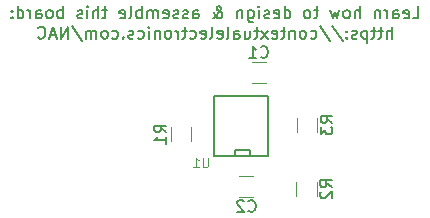
<source format=gbr>
G04 #@! TF.FileFunction,Legend,Bot*
%FSLAX46Y46*%
G04 Gerber Fmt 4.6, Leading zero omitted, Abs format (unit mm)*
G04 Created by KiCad (PCBNEW 4.0.6) date 07/30/18 20:27:46*
%MOMM*%
%LPD*%
G01*
G04 APERTURE LIST*
%ADD10C,0.100000*%
%ADD11C,0.203200*%
%ADD12C,0.150000*%
%ADD13C,0.120000*%
G04 APERTURE END LIST*
D10*
D11*
X138991217Y-93779219D02*
X139475026Y-93779219D01*
X139475026Y-92763219D01*
X138265503Y-93730838D02*
X138362265Y-93779219D01*
X138555788Y-93779219D01*
X138652550Y-93730838D01*
X138700931Y-93634076D01*
X138700931Y-93247029D01*
X138652550Y-93150267D01*
X138555788Y-93101886D01*
X138362265Y-93101886D01*
X138265503Y-93150267D01*
X138217122Y-93247029D01*
X138217122Y-93343790D01*
X138700931Y-93440552D01*
X137346265Y-93779219D02*
X137346265Y-93247029D01*
X137394646Y-93150267D01*
X137491408Y-93101886D01*
X137684931Y-93101886D01*
X137781693Y-93150267D01*
X137346265Y-93730838D02*
X137443027Y-93779219D01*
X137684931Y-93779219D01*
X137781693Y-93730838D01*
X137830074Y-93634076D01*
X137830074Y-93537314D01*
X137781693Y-93440552D01*
X137684931Y-93392171D01*
X137443027Y-93392171D01*
X137346265Y-93343790D01*
X136862455Y-93779219D02*
X136862455Y-93101886D01*
X136862455Y-93295410D02*
X136814074Y-93198648D01*
X136765693Y-93150267D01*
X136668931Y-93101886D01*
X136572170Y-93101886D01*
X136233503Y-93101886D02*
X136233503Y-93779219D01*
X136233503Y-93198648D02*
X136185122Y-93150267D01*
X136088360Y-93101886D01*
X135943218Y-93101886D01*
X135846456Y-93150267D01*
X135798075Y-93247029D01*
X135798075Y-93779219D01*
X134540170Y-93779219D02*
X134540170Y-92763219D01*
X134104742Y-93779219D02*
X134104742Y-93247029D01*
X134153123Y-93150267D01*
X134249885Y-93101886D01*
X134395027Y-93101886D01*
X134491789Y-93150267D01*
X134540170Y-93198648D01*
X133475789Y-93779219D02*
X133572551Y-93730838D01*
X133620932Y-93682457D01*
X133669313Y-93585695D01*
X133669313Y-93295410D01*
X133620932Y-93198648D01*
X133572551Y-93150267D01*
X133475789Y-93101886D01*
X133330647Y-93101886D01*
X133233885Y-93150267D01*
X133185504Y-93198648D01*
X133137123Y-93295410D01*
X133137123Y-93585695D01*
X133185504Y-93682457D01*
X133233885Y-93730838D01*
X133330647Y-93779219D01*
X133475789Y-93779219D01*
X132798456Y-93101886D02*
X132604932Y-93779219D01*
X132411409Y-93295410D01*
X132217885Y-93779219D01*
X132024361Y-93101886D01*
X131008361Y-93101886D02*
X130621313Y-93101886D01*
X130863218Y-92763219D02*
X130863218Y-93634076D01*
X130814837Y-93730838D01*
X130718075Y-93779219D01*
X130621313Y-93779219D01*
X130137504Y-93779219D02*
X130234266Y-93730838D01*
X130282647Y-93682457D01*
X130331028Y-93585695D01*
X130331028Y-93295410D01*
X130282647Y-93198648D01*
X130234266Y-93150267D01*
X130137504Y-93101886D01*
X129992362Y-93101886D01*
X129895600Y-93150267D01*
X129847219Y-93198648D01*
X129798838Y-93295410D01*
X129798838Y-93585695D01*
X129847219Y-93682457D01*
X129895600Y-93730838D01*
X129992362Y-93779219D01*
X130137504Y-93779219D01*
X128153886Y-93779219D02*
X128153886Y-92763219D01*
X128153886Y-93730838D02*
X128250648Y-93779219D01*
X128444171Y-93779219D01*
X128540933Y-93730838D01*
X128589314Y-93682457D01*
X128637695Y-93585695D01*
X128637695Y-93295410D01*
X128589314Y-93198648D01*
X128540933Y-93150267D01*
X128444171Y-93101886D01*
X128250648Y-93101886D01*
X128153886Y-93150267D01*
X127283029Y-93730838D02*
X127379791Y-93779219D01*
X127573314Y-93779219D01*
X127670076Y-93730838D01*
X127718457Y-93634076D01*
X127718457Y-93247029D01*
X127670076Y-93150267D01*
X127573314Y-93101886D01*
X127379791Y-93101886D01*
X127283029Y-93150267D01*
X127234648Y-93247029D01*
X127234648Y-93343790D01*
X127718457Y-93440552D01*
X126847600Y-93730838D02*
X126750838Y-93779219D01*
X126557314Y-93779219D01*
X126460553Y-93730838D01*
X126412172Y-93634076D01*
X126412172Y-93585695D01*
X126460553Y-93488933D01*
X126557314Y-93440552D01*
X126702457Y-93440552D01*
X126799219Y-93392171D01*
X126847600Y-93295410D01*
X126847600Y-93247029D01*
X126799219Y-93150267D01*
X126702457Y-93101886D01*
X126557314Y-93101886D01*
X126460553Y-93150267D01*
X125976743Y-93779219D02*
X125976743Y-93101886D01*
X125976743Y-92763219D02*
X126025124Y-92811600D01*
X125976743Y-92859981D01*
X125928362Y-92811600D01*
X125976743Y-92763219D01*
X125976743Y-92859981D01*
X125057505Y-93101886D02*
X125057505Y-93924362D01*
X125105886Y-94021124D01*
X125154267Y-94069505D01*
X125251028Y-94117886D01*
X125396171Y-94117886D01*
X125492933Y-94069505D01*
X125057505Y-93730838D02*
X125154267Y-93779219D01*
X125347790Y-93779219D01*
X125444552Y-93730838D01*
X125492933Y-93682457D01*
X125541314Y-93585695D01*
X125541314Y-93295410D01*
X125492933Y-93198648D01*
X125444552Y-93150267D01*
X125347790Y-93101886D01*
X125154267Y-93101886D01*
X125057505Y-93150267D01*
X124573695Y-93101886D02*
X124573695Y-93779219D01*
X124573695Y-93198648D02*
X124525314Y-93150267D01*
X124428552Y-93101886D01*
X124283410Y-93101886D01*
X124186648Y-93150267D01*
X124138267Y-93247029D01*
X124138267Y-93779219D01*
X122057886Y-93779219D02*
X122106267Y-93779219D01*
X122203029Y-93730838D01*
X122348172Y-93585695D01*
X122590077Y-93295410D01*
X122686838Y-93150267D01*
X122735219Y-93005124D01*
X122735219Y-92908362D01*
X122686838Y-92811600D01*
X122590077Y-92763219D01*
X122541696Y-92763219D01*
X122444934Y-92811600D01*
X122396553Y-92908362D01*
X122396553Y-92956743D01*
X122444934Y-93053505D01*
X122493315Y-93101886D01*
X122783600Y-93295410D01*
X122831981Y-93343790D01*
X122880362Y-93440552D01*
X122880362Y-93585695D01*
X122831981Y-93682457D01*
X122783600Y-93730838D01*
X122686838Y-93779219D01*
X122541696Y-93779219D01*
X122444934Y-93730838D01*
X122396553Y-93682457D01*
X122251410Y-93488933D01*
X122203029Y-93343790D01*
X122203029Y-93247029D01*
X120412934Y-93779219D02*
X120412934Y-93247029D01*
X120461315Y-93150267D01*
X120558077Y-93101886D01*
X120751600Y-93101886D01*
X120848362Y-93150267D01*
X120412934Y-93730838D02*
X120509696Y-93779219D01*
X120751600Y-93779219D01*
X120848362Y-93730838D01*
X120896743Y-93634076D01*
X120896743Y-93537314D01*
X120848362Y-93440552D01*
X120751600Y-93392171D01*
X120509696Y-93392171D01*
X120412934Y-93343790D01*
X119977505Y-93730838D02*
X119880743Y-93779219D01*
X119687219Y-93779219D01*
X119590458Y-93730838D01*
X119542077Y-93634076D01*
X119542077Y-93585695D01*
X119590458Y-93488933D01*
X119687219Y-93440552D01*
X119832362Y-93440552D01*
X119929124Y-93392171D01*
X119977505Y-93295410D01*
X119977505Y-93247029D01*
X119929124Y-93150267D01*
X119832362Y-93101886D01*
X119687219Y-93101886D01*
X119590458Y-93150267D01*
X119155029Y-93730838D02*
X119058267Y-93779219D01*
X118864743Y-93779219D01*
X118767982Y-93730838D01*
X118719601Y-93634076D01*
X118719601Y-93585695D01*
X118767982Y-93488933D01*
X118864743Y-93440552D01*
X119009886Y-93440552D01*
X119106648Y-93392171D01*
X119155029Y-93295410D01*
X119155029Y-93247029D01*
X119106648Y-93150267D01*
X119009886Y-93101886D01*
X118864743Y-93101886D01*
X118767982Y-93150267D01*
X117897125Y-93730838D02*
X117993887Y-93779219D01*
X118187410Y-93779219D01*
X118284172Y-93730838D01*
X118332553Y-93634076D01*
X118332553Y-93247029D01*
X118284172Y-93150267D01*
X118187410Y-93101886D01*
X117993887Y-93101886D01*
X117897125Y-93150267D01*
X117848744Y-93247029D01*
X117848744Y-93343790D01*
X118332553Y-93440552D01*
X117413315Y-93779219D02*
X117413315Y-93101886D01*
X117413315Y-93198648D02*
X117364934Y-93150267D01*
X117268172Y-93101886D01*
X117123030Y-93101886D01*
X117026268Y-93150267D01*
X116977887Y-93247029D01*
X116977887Y-93779219D01*
X116977887Y-93247029D02*
X116929506Y-93150267D01*
X116832744Y-93101886D01*
X116687601Y-93101886D01*
X116590839Y-93150267D01*
X116542458Y-93247029D01*
X116542458Y-93779219D01*
X116058648Y-93779219D02*
X116058648Y-92763219D01*
X116058648Y-93150267D02*
X115961886Y-93101886D01*
X115768363Y-93101886D01*
X115671601Y-93150267D01*
X115623220Y-93198648D01*
X115574839Y-93295410D01*
X115574839Y-93585695D01*
X115623220Y-93682457D01*
X115671601Y-93730838D01*
X115768363Y-93779219D01*
X115961886Y-93779219D01*
X116058648Y-93730838D01*
X114994267Y-93779219D02*
X115091029Y-93730838D01*
X115139410Y-93634076D01*
X115139410Y-92763219D01*
X114220173Y-93730838D02*
X114316935Y-93779219D01*
X114510458Y-93779219D01*
X114607220Y-93730838D01*
X114655601Y-93634076D01*
X114655601Y-93247029D01*
X114607220Y-93150267D01*
X114510458Y-93101886D01*
X114316935Y-93101886D01*
X114220173Y-93150267D01*
X114171792Y-93247029D01*
X114171792Y-93343790D01*
X114655601Y-93440552D01*
X113107411Y-93101886D02*
X112720363Y-93101886D01*
X112962268Y-92763219D02*
X112962268Y-93634076D01*
X112913887Y-93730838D01*
X112817125Y-93779219D01*
X112720363Y-93779219D01*
X112381697Y-93779219D02*
X112381697Y-92763219D01*
X111946269Y-93779219D02*
X111946269Y-93247029D01*
X111994650Y-93150267D01*
X112091412Y-93101886D01*
X112236554Y-93101886D01*
X112333316Y-93150267D01*
X112381697Y-93198648D01*
X111462459Y-93779219D02*
X111462459Y-93101886D01*
X111462459Y-92763219D02*
X111510840Y-92811600D01*
X111462459Y-92859981D01*
X111414078Y-92811600D01*
X111462459Y-92763219D01*
X111462459Y-92859981D01*
X111027030Y-93730838D02*
X110930268Y-93779219D01*
X110736744Y-93779219D01*
X110639983Y-93730838D01*
X110591602Y-93634076D01*
X110591602Y-93585695D01*
X110639983Y-93488933D01*
X110736744Y-93440552D01*
X110881887Y-93440552D01*
X110978649Y-93392171D01*
X111027030Y-93295410D01*
X111027030Y-93247029D01*
X110978649Y-93150267D01*
X110881887Y-93101886D01*
X110736744Y-93101886D01*
X110639983Y-93150267D01*
X109382078Y-93779219D02*
X109382078Y-92763219D01*
X109382078Y-93150267D02*
X109285316Y-93101886D01*
X109091793Y-93101886D01*
X108995031Y-93150267D01*
X108946650Y-93198648D01*
X108898269Y-93295410D01*
X108898269Y-93585695D01*
X108946650Y-93682457D01*
X108995031Y-93730838D01*
X109091793Y-93779219D01*
X109285316Y-93779219D01*
X109382078Y-93730838D01*
X108317697Y-93779219D02*
X108414459Y-93730838D01*
X108462840Y-93682457D01*
X108511221Y-93585695D01*
X108511221Y-93295410D01*
X108462840Y-93198648D01*
X108414459Y-93150267D01*
X108317697Y-93101886D01*
X108172555Y-93101886D01*
X108075793Y-93150267D01*
X108027412Y-93198648D01*
X107979031Y-93295410D01*
X107979031Y-93585695D01*
X108027412Y-93682457D01*
X108075793Y-93730838D01*
X108172555Y-93779219D01*
X108317697Y-93779219D01*
X107108174Y-93779219D02*
X107108174Y-93247029D01*
X107156555Y-93150267D01*
X107253317Y-93101886D01*
X107446840Y-93101886D01*
X107543602Y-93150267D01*
X107108174Y-93730838D02*
X107204936Y-93779219D01*
X107446840Y-93779219D01*
X107543602Y-93730838D01*
X107591983Y-93634076D01*
X107591983Y-93537314D01*
X107543602Y-93440552D01*
X107446840Y-93392171D01*
X107204936Y-93392171D01*
X107108174Y-93343790D01*
X106624364Y-93779219D02*
X106624364Y-93101886D01*
X106624364Y-93295410D02*
X106575983Y-93198648D01*
X106527602Y-93150267D01*
X106430840Y-93101886D01*
X106334079Y-93101886D01*
X105559984Y-93779219D02*
X105559984Y-92763219D01*
X105559984Y-93730838D02*
X105656746Y-93779219D01*
X105850269Y-93779219D01*
X105947031Y-93730838D01*
X105995412Y-93682457D01*
X106043793Y-93585695D01*
X106043793Y-93295410D01*
X105995412Y-93198648D01*
X105947031Y-93150267D01*
X105850269Y-93101886D01*
X105656746Y-93101886D01*
X105559984Y-93150267D01*
X105076174Y-93682457D02*
X105027793Y-93730838D01*
X105076174Y-93779219D01*
X105124555Y-93730838D01*
X105076174Y-93682457D01*
X105076174Y-93779219D01*
X105076174Y-93150267D02*
X105027793Y-93198648D01*
X105076174Y-93247029D01*
X105124555Y-93198648D01*
X105076174Y-93150267D01*
X105076174Y-93247029D01*
X137225312Y-95506419D02*
X137225312Y-94490419D01*
X136789884Y-95506419D02*
X136789884Y-94974229D01*
X136838265Y-94877467D01*
X136935027Y-94829086D01*
X137080169Y-94829086D01*
X137176931Y-94877467D01*
X137225312Y-94925848D01*
X136451217Y-94829086D02*
X136064169Y-94829086D01*
X136306074Y-94490419D02*
X136306074Y-95361276D01*
X136257693Y-95458038D01*
X136160931Y-95506419D01*
X136064169Y-95506419D01*
X135870646Y-94829086D02*
X135483598Y-94829086D01*
X135725503Y-94490419D02*
X135725503Y-95361276D01*
X135677122Y-95458038D01*
X135580360Y-95506419D01*
X135483598Y-95506419D01*
X135144932Y-94829086D02*
X135144932Y-95845086D01*
X135144932Y-94877467D02*
X135048170Y-94829086D01*
X134854647Y-94829086D01*
X134757885Y-94877467D01*
X134709504Y-94925848D01*
X134661123Y-95022610D01*
X134661123Y-95312895D01*
X134709504Y-95409657D01*
X134757885Y-95458038D01*
X134854647Y-95506419D01*
X135048170Y-95506419D01*
X135144932Y-95458038D01*
X134274075Y-95458038D02*
X134177313Y-95506419D01*
X133983789Y-95506419D01*
X133887028Y-95458038D01*
X133838647Y-95361276D01*
X133838647Y-95312895D01*
X133887028Y-95216133D01*
X133983789Y-95167752D01*
X134128932Y-95167752D01*
X134225694Y-95119371D01*
X134274075Y-95022610D01*
X134274075Y-94974229D01*
X134225694Y-94877467D01*
X134128932Y-94829086D01*
X133983789Y-94829086D01*
X133887028Y-94877467D01*
X133403218Y-95409657D02*
X133354837Y-95458038D01*
X133403218Y-95506419D01*
X133451599Y-95458038D01*
X133403218Y-95409657D01*
X133403218Y-95506419D01*
X133403218Y-94877467D02*
X133354837Y-94925848D01*
X133403218Y-94974229D01*
X133451599Y-94925848D01*
X133403218Y-94877467D01*
X133403218Y-94974229D01*
X132193694Y-94442038D02*
X133064551Y-95748324D01*
X131129313Y-94442038D02*
X132000170Y-95748324D01*
X130355218Y-95458038D02*
X130451980Y-95506419D01*
X130645503Y-95506419D01*
X130742265Y-95458038D01*
X130790646Y-95409657D01*
X130839027Y-95312895D01*
X130839027Y-95022610D01*
X130790646Y-94925848D01*
X130742265Y-94877467D01*
X130645503Y-94829086D01*
X130451980Y-94829086D01*
X130355218Y-94877467D01*
X129774646Y-95506419D02*
X129871408Y-95458038D01*
X129919789Y-95409657D01*
X129968170Y-95312895D01*
X129968170Y-95022610D01*
X129919789Y-94925848D01*
X129871408Y-94877467D01*
X129774646Y-94829086D01*
X129629504Y-94829086D01*
X129532742Y-94877467D01*
X129484361Y-94925848D01*
X129435980Y-95022610D01*
X129435980Y-95312895D01*
X129484361Y-95409657D01*
X129532742Y-95458038D01*
X129629504Y-95506419D01*
X129774646Y-95506419D01*
X129000551Y-94829086D02*
X129000551Y-95506419D01*
X129000551Y-94925848D02*
X128952170Y-94877467D01*
X128855408Y-94829086D01*
X128710266Y-94829086D01*
X128613504Y-94877467D01*
X128565123Y-94974229D01*
X128565123Y-95506419D01*
X128226456Y-94829086D02*
X127839408Y-94829086D01*
X128081313Y-94490419D02*
X128081313Y-95361276D01*
X128032932Y-95458038D01*
X127936170Y-95506419D01*
X127839408Y-95506419D01*
X127113695Y-95458038D02*
X127210457Y-95506419D01*
X127403980Y-95506419D01*
X127500742Y-95458038D01*
X127549123Y-95361276D01*
X127549123Y-94974229D01*
X127500742Y-94877467D01*
X127403980Y-94829086D01*
X127210457Y-94829086D01*
X127113695Y-94877467D01*
X127065314Y-94974229D01*
X127065314Y-95070990D01*
X127549123Y-95167752D01*
X126726647Y-95506419D02*
X126194457Y-94829086D01*
X126726647Y-94829086D02*
X126194457Y-95506419D01*
X125952552Y-94829086D02*
X125565504Y-94829086D01*
X125807409Y-94490419D02*
X125807409Y-95361276D01*
X125759028Y-95458038D01*
X125662266Y-95506419D01*
X125565504Y-95506419D01*
X124791410Y-94829086D02*
X124791410Y-95506419D01*
X125226838Y-94829086D02*
X125226838Y-95361276D01*
X125178457Y-95458038D01*
X125081695Y-95506419D01*
X124936553Y-95506419D01*
X124839791Y-95458038D01*
X124791410Y-95409657D01*
X123872172Y-95506419D02*
X123872172Y-94974229D01*
X123920553Y-94877467D01*
X124017315Y-94829086D01*
X124210838Y-94829086D01*
X124307600Y-94877467D01*
X123872172Y-95458038D02*
X123968934Y-95506419D01*
X124210838Y-95506419D01*
X124307600Y-95458038D01*
X124355981Y-95361276D01*
X124355981Y-95264514D01*
X124307600Y-95167752D01*
X124210838Y-95119371D01*
X123968934Y-95119371D01*
X123872172Y-95070990D01*
X123243219Y-95506419D02*
X123339981Y-95458038D01*
X123388362Y-95361276D01*
X123388362Y-94490419D01*
X122469125Y-95458038D02*
X122565887Y-95506419D01*
X122759410Y-95506419D01*
X122856172Y-95458038D01*
X122904553Y-95361276D01*
X122904553Y-94974229D01*
X122856172Y-94877467D01*
X122759410Y-94829086D01*
X122565887Y-94829086D01*
X122469125Y-94877467D01*
X122420744Y-94974229D01*
X122420744Y-95070990D01*
X122904553Y-95167752D01*
X121840172Y-95506419D02*
X121936934Y-95458038D01*
X121985315Y-95361276D01*
X121985315Y-94490419D01*
X121066078Y-95458038D02*
X121162840Y-95506419D01*
X121356363Y-95506419D01*
X121453125Y-95458038D01*
X121501506Y-95361276D01*
X121501506Y-94974229D01*
X121453125Y-94877467D01*
X121356363Y-94829086D01*
X121162840Y-94829086D01*
X121066078Y-94877467D01*
X121017697Y-94974229D01*
X121017697Y-95070990D01*
X121501506Y-95167752D01*
X120146840Y-95458038D02*
X120243602Y-95506419D01*
X120437125Y-95506419D01*
X120533887Y-95458038D01*
X120582268Y-95409657D01*
X120630649Y-95312895D01*
X120630649Y-95022610D01*
X120582268Y-94925848D01*
X120533887Y-94877467D01*
X120437125Y-94829086D01*
X120243602Y-94829086D01*
X120146840Y-94877467D01*
X119856554Y-94829086D02*
X119469506Y-94829086D01*
X119711411Y-94490419D02*
X119711411Y-95361276D01*
X119663030Y-95458038D01*
X119566268Y-95506419D01*
X119469506Y-95506419D01*
X119130840Y-95506419D02*
X119130840Y-94829086D01*
X119130840Y-95022610D02*
X119082459Y-94925848D01*
X119034078Y-94877467D01*
X118937316Y-94829086D01*
X118840555Y-94829086D01*
X118356745Y-95506419D02*
X118453507Y-95458038D01*
X118501888Y-95409657D01*
X118550269Y-95312895D01*
X118550269Y-95022610D01*
X118501888Y-94925848D01*
X118453507Y-94877467D01*
X118356745Y-94829086D01*
X118211603Y-94829086D01*
X118114841Y-94877467D01*
X118066460Y-94925848D01*
X118018079Y-95022610D01*
X118018079Y-95312895D01*
X118066460Y-95409657D01*
X118114841Y-95458038D01*
X118211603Y-95506419D01*
X118356745Y-95506419D01*
X117582650Y-94829086D02*
X117582650Y-95506419D01*
X117582650Y-94925848D02*
X117534269Y-94877467D01*
X117437507Y-94829086D01*
X117292365Y-94829086D01*
X117195603Y-94877467D01*
X117147222Y-94974229D01*
X117147222Y-95506419D01*
X116663412Y-95506419D02*
X116663412Y-94829086D01*
X116663412Y-94490419D02*
X116711793Y-94538800D01*
X116663412Y-94587181D01*
X116615031Y-94538800D01*
X116663412Y-94490419D01*
X116663412Y-94587181D01*
X115744174Y-95458038D02*
X115840936Y-95506419D01*
X116034459Y-95506419D01*
X116131221Y-95458038D01*
X116179602Y-95409657D01*
X116227983Y-95312895D01*
X116227983Y-95022610D01*
X116179602Y-94925848D01*
X116131221Y-94877467D01*
X116034459Y-94829086D01*
X115840936Y-94829086D01*
X115744174Y-94877467D01*
X115357126Y-95458038D02*
X115260364Y-95506419D01*
X115066840Y-95506419D01*
X114970079Y-95458038D01*
X114921698Y-95361276D01*
X114921698Y-95312895D01*
X114970079Y-95216133D01*
X115066840Y-95167752D01*
X115211983Y-95167752D01*
X115308745Y-95119371D01*
X115357126Y-95022610D01*
X115357126Y-94974229D01*
X115308745Y-94877467D01*
X115211983Y-94829086D01*
X115066840Y-94829086D01*
X114970079Y-94877467D01*
X114486269Y-95409657D02*
X114437888Y-95458038D01*
X114486269Y-95506419D01*
X114534650Y-95458038D01*
X114486269Y-95409657D01*
X114486269Y-95506419D01*
X113567031Y-95458038D02*
X113663793Y-95506419D01*
X113857316Y-95506419D01*
X113954078Y-95458038D01*
X114002459Y-95409657D01*
X114050840Y-95312895D01*
X114050840Y-95022610D01*
X114002459Y-94925848D01*
X113954078Y-94877467D01*
X113857316Y-94829086D01*
X113663793Y-94829086D01*
X113567031Y-94877467D01*
X112986459Y-95506419D02*
X113083221Y-95458038D01*
X113131602Y-95409657D01*
X113179983Y-95312895D01*
X113179983Y-95022610D01*
X113131602Y-94925848D01*
X113083221Y-94877467D01*
X112986459Y-94829086D01*
X112841317Y-94829086D01*
X112744555Y-94877467D01*
X112696174Y-94925848D01*
X112647793Y-95022610D01*
X112647793Y-95312895D01*
X112696174Y-95409657D01*
X112744555Y-95458038D01*
X112841317Y-95506419D01*
X112986459Y-95506419D01*
X112212364Y-95506419D02*
X112212364Y-94829086D01*
X112212364Y-94925848D02*
X112163983Y-94877467D01*
X112067221Y-94829086D01*
X111922079Y-94829086D01*
X111825317Y-94877467D01*
X111776936Y-94974229D01*
X111776936Y-95506419D01*
X111776936Y-94974229D02*
X111728555Y-94877467D01*
X111631793Y-94829086D01*
X111486650Y-94829086D01*
X111389888Y-94877467D01*
X111341507Y-94974229D01*
X111341507Y-95506419D01*
X110131983Y-94442038D02*
X111002840Y-95748324D01*
X109793316Y-95506419D02*
X109793316Y-94490419D01*
X109212745Y-95506419D01*
X109212745Y-94490419D01*
X108777316Y-95216133D02*
X108293507Y-95216133D01*
X108874078Y-95506419D02*
X108535411Y-94490419D01*
X108196745Y-95506419D01*
X107277507Y-95409657D02*
X107325888Y-95458038D01*
X107471031Y-95506419D01*
X107567793Y-95506419D01*
X107712935Y-95458038D01*
X107809697Y-95361276D01*
X107858078Y-95264514D01*
X107906459Y-95070990D01*
X107906459Y-94925848D01*
X107858078Y-94732324D01*
X107809697Y-94635562D01*
X107712935Y-94538800D01*
X107567793Y-94490419D01*
X107471031Y-94490419D01*
X107325888Y-94538800D01*
X107277507Y-94587181D01*
D12*
X126746000Y-105410000D02*
X126746000Y-100330000D01*
X126746000Y-100330000D02*
X122174000Y-100330000D01*
X122174000Y-100330000D02*
X122174000Y-105410000D01*
X122174000Y-105410000D02*
X126746000Y-105410000D01*
X125222000Y-105410000D02*
X125222000Y-104902000D01*
X125222000Y-104902000D02*
X123952000Y-104902000D01*
X123952000Y-104902000D02*
X123952000Y-105410000D01*
D13*
X125362400Y-99279600D02*
X126562400Y-99279600D01*
X126562400Y-97519600D02*
X125362400Y-97519600D01*
X124317200Y-108880800D02*
X125517200Y-108880800D01*
X125517200Y-107120800D02*
X124317200Y-107120800D01*
X120260000Y-104202800D02*
X120260000Y-103002800D01*
X118500000Y-103002800D02*
X118500000Y-104202800D01*
X129117200Y-107654800D02*
X129117200Y-108854800D01*
X130877200Y-108854800D02*
X130877200Y-107654800D01*
X129168000Y-102219200D02*
X129168000Y-103419200D01*
X130928000Y-103419200D02*
X130928000Y-102219200D01*
X121665924Y-105581505D02*
X121665924Y-106229124D01*
X121627829Y-106305314D01*
X121589733Y-106343410D01*
X121513543Y-106381505D01*
X121361162Y-106381505D01*
X121284971Y-106343410D01*
X121246876Y-106305314D01*
X121208781Y-106229124D01*
X121208781Y-105581505D01*
X120408781Y-106381505D02*
X120865924Y-106381505D01*
X120637353Y-106381505D02*
X120637353Y-105581505D01*
X120713543Y-105695790D01*
X120789734Y-105771981D01*
X120865924Y-105810076D01*
D12*
X126129066Y-97056743D02*
X126176685Y-97104362D01*
X126319542Y-97151981D01*
X126414780Y-97151981D01*
X126557638Y-97104362D01*
X126652876Y-97009124D01*
X126700495Y-96913886D01*
X126748114Y-96723410D01*
X126748114Y-96580552D01*
X126700495Y-96390076D01*
X126652876Y-96294838D01*
X126557638Y-96199600D01*
X126414780Y-96151981D01*
X126319542Y-96151981D01*
X126176685Y-96199600D01*
X126129066Y-96247219D01*
X125176685Y-97151981D02*
X125748114Y-97151981D01*
X125462400Y-97151981D02*
X125462400Y-96151981D01*
X125557638Y-96294838D01*
X125652876Y-96390076D01*
X125748114Y-96437695D01*
X125083866Y-110085143D02*
X125131485Y-110132762D01*
X125274342Y-110180381D01*
X125369580Y-110180381D01*
X125512438Y-110132762D01*
X125607676Y-110037524D01*
X125655295Y-109942286D01*
X125702914Y-109751810D01*
X125702914Y-109608952D01*
X125655295Y-109418476D01*
X125607676Y-109323238D01*
X125512438Y-109228000D01*
X125369580Y-109180381D01*
X125274342Y-109180381D01*
X125131485Y-109228000D01*
X125083866Y-109275619D01*
X124702914Y-109275619D02*
X124655295Y-109228000D01*
X124560057Y-109180381D01*
X124321961Y-109180381D01*
X124226723Y-109228000D01*
X124179104Y-109275619D01*
X124131485Y-109370857D01*
X124131485Y-109466095D01*
X124179104Y-109608952D01*
X124750533Y-110180381D01*
X124131485Y-110180381D01*
X118132381Y-103436134D02*
X117656190Y-103102800D01*
X118132381Y-102864705D02*
X117132381Y-102864705D01*
X117132381Y-103245658D01*
X117180000Y-103340896D01*
X117227619Y-103388515D01*
X117322857Y-103436134D01*
X117465714Y-103436134D01*
X117560952Y-103388515D01*
X117608571Y-103340896D01*
X117656190Y-103245658D01*
X117656190Y-102864705D01*
X118132381Y-104388515D02*
X118132381Y-103817086D01*
X118132381Y-104102800D02*
X117132381Y-104102800D01*
X117275238Y-104007562D01*
X117370476Y-103912324D01*
X117418095Y-103817086D01*
X132149581Y-108088134D02*
X131673390Y-107754800D01*
X132149581Y-107516705D02*
X131149581Y-107516705D01*
X131149581Y-107897658D01*
X131197200Y-107992896D01*
X131244819Y-108040515D01*
X131340057Y-108088134D01*
X131482914Y-108088134D01*
X131578152Y-108040515D01*
X131625771Y-107992896D01*
X131673390Y-107897658D01*
X131673390Y-107516705D01*
X131244819Y-108469086D02*
X131197200Y-108516705D01*
X131149581Y-108611943D01*
X131149581Y-108850039D01*
X131197200Y-108945277D01*
X131244819Y-108992896D01*
X131340057Y-109040515D01*
X131435295Y-109040515D01*
X131578152Y-108992896D01*
X132149581Y-108421467D01*
X132149581Y-109040515D01*
X132200381Y-102652534D02*
X131724190Y-102319200D01*
X132200381Y-102081105D02*
X131200381Y-102081105D01*
X131200381Y-102462058D01*
X131248000Y-102557296D01*
X131295619Y-102604915D01*
X131390857Y-102652534D01*
X131533714Y-102652534D01*
X131628952Y-102604915D01*
X131676571Y-102557296D01*
X131724190Y-102462058D01*
X131724190Y-102081105D01*
X131200381Y-102985867D02*
X131200381Y-103604915D01*
X131581333Y-103271581D01*
X131581333Y-103414439D01*
X131628952Y-103509677D01*
X131676571Y-103557296D01*
X131771810Y-103604915D01*
X132009905Y-103604915D01*
X132105143Y-103557296D01*
X132152762Y-103509677D01*
X132200381Y-103414439D01*
X132200381Y-103128724D01*
X132152762Y-103033486D01*
X132105143Y-102985867D01*
M02*

</source>
